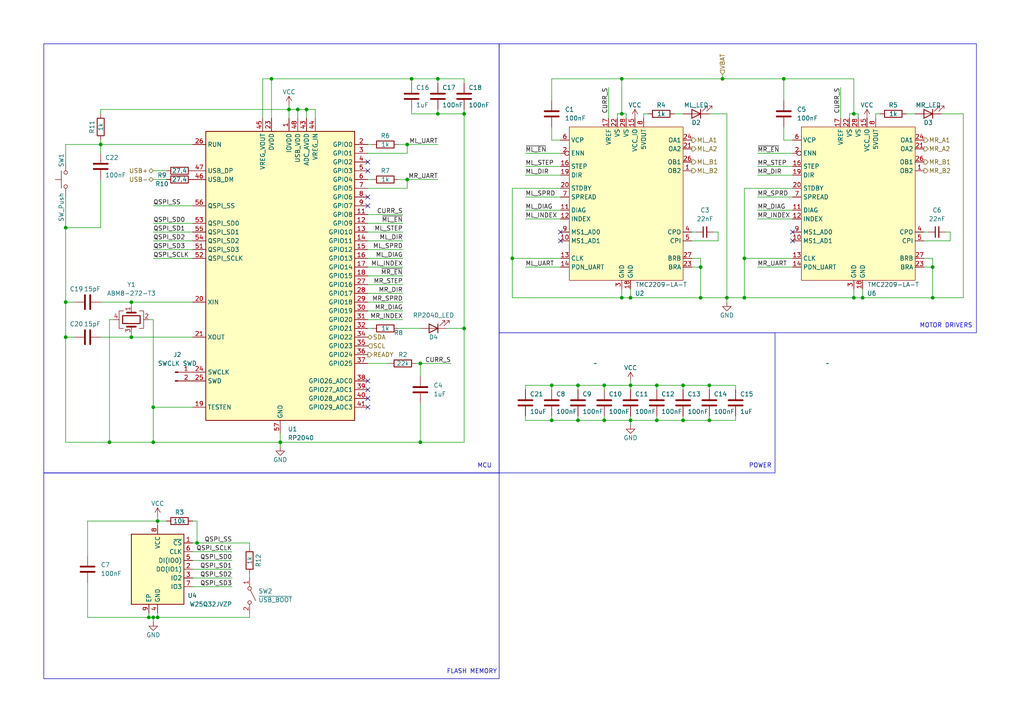
<source format=kicad_sch>
(kicad_sch (version 20230121) (generator eeschema)
  (paper "A4")
  (lib_symbols
    (symbol "Connector:Conn_01x02_Pin" (pin_names (offset 1.016) hide)
      (property "Reference" "J" (at 0 2.54 0))
      (property "Value" "Conn_01x02_Pin" (at 0 -5.08 0))
      (symbol "Conn_01x02_Pin_1_1"
        (polyline (pts (xy 1.27 -2.54) (xy 0.8636 -2.54)) (stroke (width 0.1524)))
        (polyline (pts (xy 1.27 0) (xy 0.8636 0)) (stroke (width 0.1524)))
        (rectangle (start 0.8636 -2.413) (end 0 -2.667) (stroke (width 0.1524)) (fill (type outline)))
        (rectangle (start 0.8636 0.127) (end 0 -0.127) (stroke (width 0.1524)) (fill (type outline)))
        (pin passive line (at 5.08 0 180) (length 3.81) (name "Pin_1") (number "1"))
        (pin passive line (at 5.08 -2.54 180) (length 3.81) (name "Pin_2") (number "2"))
      )
    )
    (symbol "Device:C" (pin_numbers hide) (pin_names (offset 0.254))
      (property "Reference" "C" (at 0.635 2.54 0))
      (property "Value" "C" (at 0.635 -2.54 0))
      (symbol "C_0_1"
        (polyline (pts (xy -2.032 -0.762) (xy 2.032 -0.762)) (stroke (width 0.508)))
        (polyline (pts (xy -2.032 0.762) (xy 2.032 0.762)) (stroke (width 0.508)))
      )
      (symbol "C_1_1"
        (pin passive line (at 0 3.81 270) (length 2.794) (name "~") (number "1"))
        (pin passive line (at 0 -3.81 90) (length 2.794) (name "~") (number "2"))
      )
    )
    (symbol "Device:C_Small" (pin_numbers hide) (pin_names (offset 0.254) hide)
      (property "Reference" "C" (at 0.254 1.778 0))
      (property "Value" "C_Small" (at 0.254 -2.032 0))
      (symbol "C_Small_0_1"
        (polyline (pts (xy -1.524 -0.508) (xy 1.524 -0.508)) (stroke (width 0.3302)))
        (polyline (pts (xy -1.524 0.508) (xy 1.524 0.508)) (stroke (width 0.3048)))
      )
      (symbol "C_Small_1_1"
        (pin passive line (at 0 2.54 270) (length 2.032) (name "~") (number "1"))
        (pin passive line (at 0 -2.54 90) (length 2.032) (name "~") (number "2"))
      )
    )
    (symbol "Device:Crystal_GND24" (pin_names (offset 1.016) hide)
      (property "Reference" "Y" (at 3.175 5.08 0))
      (property "Value" "Crystal_GND24" (at 3.175 3.175 0))
      (symbol "Crystal_GND24_0_1"
        (rectangle (start -1.143 2.54) (end 1.143 -2.54) (stroke (width 0.3048)))
        (polyline (pts (xy -2.54 0) (xy -2.032 0)))
        (polyline (pts (xy -2.032 -1.27) (xy -2.032 1.27)) (stroke (width 0.508)))
        (polyline (pts (xy 0 -3.81) (xy 0 -3.556)))
        (polyline (pts (xy 0 3.556) (xy 0 3.81)))
        (polyline (pts (xy 2.032 -1.27) (xy 2.032 1.27)) (stroke (width 0.508)))
        (polyline (pts (xy 2.032 0) (xy 2.54 0)))
        (polyline (pts (xy -2.54 -2.286) (xy -2.54 -3.556) (xy 2.54 -3.556) (xy 2.54 -2.286)))
        (polyline (pts (xy -2.54 2.286) (xy -2.54 3.556) (xy 2.54 3.556) (xy 2.54 2.286)))
      )
      (symbol "Crystal_GND24_1_1"
        (pin passive line (at -3.81 0 0) (length 1.27) (name "1") (number "1"))
        (pin passive line (at 0 5.08 270) (length 1.27) (name "2") (number "2"))
        (pin passive line (at 3.81 0 180) (length 1.27) (name "3") (number "3"))
        (pin passive line (at 0 -5.08 90) (length 1.27) (name "4") (number "4"))
      )
    )
    (symbol "Device:LED" (pin_numbers hide) (pin_names (offset 1.016) hide)
      (property "Reference" "D" (at 0 2.54 0))
      (property "Value" "LED" (at 0 -2.54 0))
      (symbol "LED_0_1"
        (polyline (pts (xy -1.27 -1.27) (xy -1.27 1.27)) (stroke (width 0.254)))
        (polyline (pts (xy -1.27 0) (xy 1.27 0)))
        (polyline (pts (xy 1.27 -1.27) (xy 1.27 1.27) (xy -1.27 0) (xy 1.27 -1.27)) (stroke (width 0.254)))
        (polyline (pts (xy -3.048 -0.762) (xy -4.572 -2.286) (xy -3.81 -2.286) (xy -4.572 -2.286) (xy -4.572 -1.524)))
        (polyline (pts (xy -1.778 -0.762) (xy -3.302 -2.286) (xy -2.54 -2.286) (xy -3.302 -2.286) (xy -3.302 -1.524)))
      )
      (symbol "LED_1_1"
        (pin passive line (at -3.81 0 0) (length 2.54) (name "K") (number "1"))
        (pin passive line (at 3.81 0 180) (length 2.54) (name "A") (number "2"))
      )
    )
    (symbol "Device:R" (pin_numbers hide) (pin_names (offset 0))
      (property "Reference" "R" (at 2.032 0 90))
      (property "Value" "R" (at 0 0 90))
      (symbol "R_0_1"
        (rectangle (start -1.016 -2.54) (end 1.016 2.54) (stroke (width 0.254)))
      )
      (symbol "R_1_1"
        (pin passive line (at 0 3.81 270) (length 1.27) (name "~") (number "1"))
        (pin passive line (at 0 -3.81 90) (length 1.27) (name "~") (number "2"))
      )
    )
    (symbol "MCU_RaspberryPi:RP2040"
      (property "Reference" "U" (at 17.78 45.72 0))
      (property "Value" "RP2040" (at 17.78 43.18 0))
      (symbol "RP2040_0_1"
        (rectangle (start -21.59 41.91) (end 21.59 -41.91) (stroke (width 0.254)) (fill (type background)))
      )
      (symbol "RP2040_1_1"
        (pin power_in line (at 2.54 45.72 270) (length 3.81) (name "IOVDD") (number "1"))
        (pin passive line (at 2.54 45.72 270) (length 3.81) hide (name "IOVDD") (number "10"))
        (pin bidirectional line (at 25.4 17.78 180) (length 3.81) (name "GPIO8") (number "11"))
        (pin bidirectional line (at 25.4 15.24 180) (length 3.81) (name "GPIO9") (number "12"))
        (pin bidirectional line (at 25.4 12.7 180) (length 3.81) (name "GPIO10") (number "13"))
        (pin bidirectional line (at 25.4 10.16 180) (length 3.81) (name "GPIO11") (number "14"))
        (pin bidirectional line (at 25.4 7.62 180) (length 3.81) (name "GPIO12") (number "15"))
        (pin bidirectional line (at 25.4 5.08 180) (length 3.81) (name "GPIO13") (number "16"))
        (pin bidirectional line (at 25.4 2.54 180) (length 3.81) (name "GPIO14") (number "17"))
        (pin bidirectional line (at 25.4 0 180) (length 3.81) (name "GPIO15") (number "18"))
        (pin input line (at -25.4 -38.1 0) (length 3.81) (name "TESTEN") (number "19"))
        (pin bidirectional line (at 25.4 38.1 180) (length 3.81) (name "GPIO0") (number "2"))
        (pin input line (at -25.4 -7.62 0) (length 3.81) (name "XIN") (number "20"))
        (pin passive line (at -25.4 -17.78 0) (length 3.81) (name "XOUT") (number "21"))
        (pin passive line (at 2.54 45.72 270) (length 3.81) hide (name "IOVDD") (number "22"))
        (pin power_in line (at -2.54 45.72 270) (length 3.81) (name "DVDD") (number "23"))
        (pin input line (at -25.4 -27.94 0) (length 3.81) (name "SWCLK") (number "24"))
        (pin bidirectional line (at -25.4 -30.48 0) (length 3.81) (name "SWD") (number "25"))
        (pin input line (at -25.4 38.1 0) (length 3.81) (name "RUN") (number "26"))
        (pin bidirectional line (at 25.4 -2.54 180) (length 3.81) (name "GPIO16") (number "27"))
        (pin bidirectional line (at 25.4 -5.08 180) (length 3.81) (name "GPIO17") (number "28"))
        (pin bidirectional line (at 25.4 -7.62 180) (length 3.81) (name "GPIO18") (number "29"))
        (pin bidirectional line (at 25.4 35.56 180) (length 3.81) (name "GPIO1") (number "3"))
        (pin bidirectional line (at 25.4 -10.16 180) (length 3.81) (name "GPIO19") (number "30"))
        (pin bidirectional line (at 25.4 -12.7 180) (length 3.81) (name "GPIO20") (number "31"))
        (pin bidirectional line (at 25.4 -15.24 180) (length 3.81) (name "GPIO21") (number "32"))
        (pin passive line (at 2.54 45.72 270) (length 3.81) hide (name "IOVDD") (number "33"))
        (pin bidirectional line (at 25.4 -17.78 180) (length 3.81) (name "GPIO22") (number "34"))
        (pin bidirectional line (at 25.4 -20.32 180) (length 3.81) (name "GPIO23") (number "35"))
        (pin bidirectional line (at 25.4 -22.86 180) (length 3.81) (name "GPIO24") (number "36"))
        (pin bidirectional line (at 25.4 -25.4 180) (length 3.81) (name "GPIO25") (number "37"))
        (pin bidirectional line (at 25.4 -30.48 180) (length 3.81) (name "GPIO26_ADC0") (number "38"))
        (pin bidirectional line (at 25.4 -33.02 180) (length 3.81) (name "GPIO27_ADC1") (number "39"))
        (pin bidirectional line (at 25.4 33.02 180) (length 3.81) (name "GPIO2") (number "4"))
        (pin bidirectional line (at 25.4 -35.56 180) (length 3.81) (name "GPIO28_ADC2") (number "40"))
        (pin bidirectional line (at 25.4 -38.1 180) (length 3.81) (name "GPIO29_ADC3") (number "41"))
        (pin passive line (at 2.54 45.72 270) (length 3.81) hide (name "IOVDD") (number "42"))
        (pin power_in line (at 7.62 45.72 270) (length 3.81) (name "ADC_AVDD") (number "43"))
        (pin power_in line (at 10.16 45.72 270) (length 3.81) (name "VREG_IN") (number "44"))
        (pin power_out line (at -5.08 45.72 270) (length 3.81) (name "VREG_VOUT") (number "45"))
        (pin bidirectional line (at -25.4 27.94 0) (length 3.81) (name "USB_DM") (number "46"))
        (pin bidirectional line (at -25.4 30.48 0) (length 3.81) (name "USB_DP") (number "47"))
        (pin power_in line (at 5.08 45.72 270) (length 3.81) (name "USB_VDD") (number "48"))
        (pin passive line (at 2.54 45.72 270) (length 3.81) hide (name "IOVDD") (number "49"))
        (pin bidirectional line (at 25.4 30.48 180) (length 3.81) (name "GPIO3") (number "5"))
        (pin passive line (at -2.54 45.72 270) (length 3.81) hide (name "DVDD") (number "50"))
        (pin bidirectional line (at -25.4 7.62 0) (length 3.81) (name "QSPI_SD3") (number "51"))
        (pin output line (at -25.4 5.08 0) (length 3.81) (name "QSPI_SCLK") (number "52"))
        (pin bidirectional line (at -25.4 15.24 0) (length 3.81) (name "QSPI_SD0") (number "53"))
        (pin bidirectional line (at -25.4 10.16 0) (length 3.81) (name "QSPI_SD2") (number "54"))
        (pin bidirectional line (at -25.4 12.7 0) (length 3.81) (name "QSPI_SD1") (number "55"))
        (pin bidirectional line (at -25.4 20.32 0) (length 3.81) (name "QSPI_SS") (number "56"))
        (pin power_in line (at 0 -45.72 90) (length 3.81) (name "GND") (number "57"))
        (pin bidirectional line (at 25.4 27.94 180) (length 3.81) (name "GPIO4") (number "6"))
        (pin bidirectional line (at 25.4 25.4 180) (length 3.81) (name "GPIO5") (number "7"))
        (pin bidirectional line (at 25.4 22.86 180) (length 3.81) (name "GPIO6") (number "8"))
        (pin bidirectional line (at 25.4 20.32 180) (length 3.81) (name "GPIO7") (number "9"))
      )
    )
    (symbol "Memory_Flash:W25Q32JVZP"
      (property "Reference" "U" (at -6.35 11.43 0))
      (property "Value" "W25Q32JVZP" (at 7.62 11.43 0))
      (symbol "W25Q32JVZP_0_1"
        (rectangle (start -7.62 10.16) (end 7.62 -10.16) (stroke (width 0.254)) (fill (type background)))
      )
      (symbol "W25Q32JVZP_1_1"
        (pin input line (at -10.16 7.62 0) (length 2.54) (name "~{CS}") (number "1"))
        (pin bidirectional line (at -10.16 0 0) (length 2.54) (name "DO(IO1)") (number "2"))
        (pin bidirectional line (at -10.16 -2.54 0) (length 2.54) (name "IO2") (number "3"))
        (pin power_in line (at 0 -12.7 90) (length 2.54) (name "GND") (number "4"))
        (pin bidirectional line (at -10.16 2.54 0) (length 2.54) (name "DI(IO0)") (number "5"))
        (pin input line (at -10.16 5.08 0) (length 2.54) (name "CLK") (number "6"))
        (pin bidirectional line (at -10.16 -5.08 0) (length 2.54) (name "IO3") (number "7"))
        (pin power_in line (at 0 12.7 270) (length 2.54) (name "VCC") (number "8"))
        (pin passive line (at 2.54 -12.7 90) (length 2.54) (name "EP") (number "9"))
      )
    )
    (symbol "Switch:SW_Push" (pin_numbers hide) (pin_names (offset 1.016) hide)
      (property "Reference" "SW" (at 1.27 2.54 0))
      (property "Value" "SW_Push" (at 0 -1.524 0))
      (symbol "SW_Push_0_1"
        (circle (center -2.032 0) (radius 0.508))
        (polyline (pts (xy 0 1.27) (xy 0 3.048)))
        (polyline (pts (xy 2.54 1.27) (xy -2.54 1.27)))
        (circle (center 2.032 0) (radius 0.508))
        (pin passive line (at -5.08 0 0) (length 2.54) (name "1") (number "1"))
        (pin passive line (at 5.08 0 180) (length 2.54) (name "2") (number "2"))
      )
    )
    (symbol "Switch:SW_SPST" (pin_names (offset 0) hide)
      (property "Reference" "SW" (at 0 3.175 0))
      (property "Value" "SW_SPST" (at 0 -2.54 0))
      (symbol "SW_SPST_0_0"
        (circle (center -2.032 0) (radius 0.508))
        (polyline (pts (xy -1.524 0.254) (xy 1.524 1.778)))
        (circle (center 2.032 0) (radius 0.508))
      )
      (symbol "SW_SPST_1_1"
        (pin passive line (at -5.08 0 0) (length 2.54) (name "A") (number "1"))
        (pin passive line (at 5.08 0 180) (length 2.54) (name "B") (number "2"))
      )
    )
    (symbol "TMC2209-LA-T:TMC2209-LA-T"
      (property "Reference" "U" (at -15.24 -22.86 0))
      (symbol "TMC2209-LA-T_1_1"
        (rectangle (start -16.51 22.86) (end 16.51 -21.59) (fill (type background)))
        (text "TMC2209-LA-T\n" (at 10.16 -22.86 0) (effects (font (size 1.27 1.27))))
        (pin output line (at 19.05 10.16 180) (length 2.54) (name "OB2") (number "1"))
        (pin input line (at -19.05 -10.16 0) (length 2.54) (name "MS1_AD1") (number "10"))
        (pin output line (at -19.05 -1.27 0) (length 2.54) (name "DIAG") (number "11"))
        (pin output line (at -19.05 -3.81 0) (length 2.54) (name "INDEX") (number "12"))
        (pin input line (at -19.05 -15.24 0) (length 2.54) (name "CLK") (number "13"))
        (pin bidirectional line (at -19.05 -17.78 0) (length 2.54) (name "PDN_UART") (number "14"))
        (pin power_in line (at 2.54 25.4 270) (length 2.54) (name "VCC_IO") (number "15"))
        (pin input line (at -19.05 11.43 0) (length 2.54) (name "STEP") (number "16"))
        (pin input line (at -5.08 25.4 270) (length 2.54) (name "VREF") (number "17"))
        (pin power_in line (at 1.27 -24.13 90) (length 2.54) (name "GND") (number "18"))
        (pin input line (at -19.05 8.89 0) (length 2.54) (name "DIR") (number "19"))
        (pin input inverted (at -19.05 15.24 0) (length 2.54) (name "ENN") (number "2"))
        (pin input line (at -19.05 5.08 0) (length 2.54) (name "STDBY") (number "20"))
        (pin output line (at 19.05 16.51 180) (length 2.54) (name "OA2") (number "21"))
        (pin power_in line (at -2.54 25.4 270) (length 2.54) (name "VS") (number "22"))
        (pin input line (at 19.05 -17.78 180) (length 2.54) (name "BRA") (number "23"))
        (pin output line (at 19.05 19.05 180) (length 2.54) (name "OA1") (number "24"))
        (pin output line (at 19.05 12.7 180) (length 2.54) (name "OB1") (number "26"))
        (pin input line (at 19.05 -15.24 180) (length 2.54) (name "BRB") (number "27"))
        (pin power_in line (at 0 25.4 270) (length 2.54) (name "VS") (number "28"))
        (pin power_in line (at -1.27 -24.13 90) (length 2.54) (name "GND") (number "3"))
        (pin output line (at 19.05 -7.62 180) (length 2.54) (name "CPO") (number "4"))
        (pin input line (at 19.05 -10.16 180) (length 2.54) (name "CPI") (number "5"))
        (pin power_in line (at -19.05 19.05 0) (length 2.54) (name "VCP") (number "6"))
        (pin input line (at -19.05 2.54 0) (length 2.54) (name "SPREAD") (number "7"))
        (pin power_out line (at 5.08 25.4 270) (length 2.54) (name "5VOUT") (number "8"))
        (pin input line (at -19.05 -7.62 0) (length 2.54) (name "MS1_AD0") (number "9"))
      )
    )
    (symbol "power:GND" (power) (pin_names (offset 0))
      (property "Value" "GND" (at 0 -3.81 0))
      (symbol "GND_0_1"
        (polyline (pts (xy 0 0) (xy 0 -1.27) (xy 1.27 -1.27) (xy 0 -2.54) (xy -1.27 -1.27) (xy 0 -1.27)))
      )
      (symbol "GND_1_1"
        (pin power_in line (at 0 0 270) (length 0) hide (name "GND") (number "1"))
      )
    )
    (symbol "power:VCC" (power) (pin_names (offset 0))
      (property "Value" "VCC" (at 0 3.81 0))
      (symbol "VCC_0_1"
        (polyline (pts (xy -0.762 1.27) (xy 0 2.54)))
        (polyline (pts (xy 0 0) (xy 0 2.54)))
        (polyline (pts (xy 0 2.54) (xy 0.762 1.27)))
      )
      (symbol "VCC_1_1"
        (pin power_in line (at 0 0 90) (length 0) hide (name "VCC") (number "1"))
      )
    )
  )
  (junction (at 19.05 66.04))
  (junction (at 160.02 121.92))
  (junction (at 121.92 105.41))
  (junction (at 182.88 121.92))
  (junction (at 209.55 22.86))
  (junction (at 210.82 86.36))
  (junction (at 83.82 31.75))
  (junction (at 57.15 157.48))
  (junction (at 215.9 86.36))
  (junction (at 270.51 86.36))
  (junction (at 31.75 128.27))
  (junction (at 167.64 111.76))
  (junction (at 148.59 74.93))
  (junction (at 38.1 97.79))
  (junction (at 88.9 31.75))
  (junction (at 198.12 111.76))
  (junction (at 134.62 33.02))
  (junction (at 247.65 33.02))
  (junction (at 203.2 86.36))
  (junction (at 121.92 128.27))
  (junction (at 38.1 87.63))
  (junction (at 182.88 86.36))
  (junction (at 203.2 77.47))
  (junction (at 180.34 22.86))
  (junction (at 205.74 111.76))
  (junction (at 198.12 121.92))
  (junction (at 45.72 151.13))
  (junction (at 180.34 33.02))
  (junction (at 81.28 128.27))
  (junction (at 215.9 74.93))
  (junction (at 270.51 77.47))
  (junction (at 134.62 95.25))
  (junction (at 190.5 111.76))
  (junction (at 227.33 22.86))
  (junction (at 29.21 41.91))
  (junction (at 175.26 111.76))
  (junction (at 43.18 179.07))
  (junction (at 250.19 86.36))
  (junction (at 167.64 121.92))
  (junction (at 45.72 179.07))
  (junction (at 19.05 87.63))
  (junction (at 118.11 41.91))
  (junction (at 180.34 86.36))
  (junction (at 160.02 111.76))
  (junction (at 182.88 111.76))
  (junction (at 78.74 22.86))
  (junction (at 118.11 52.07))
  (junction (at 44.45 118.11))
  (junction (at 44.45 179.07))
  (junction (at 19.05 97.79))
  (junction (at 127 33.02))
  (junction (at 205.74 121.92))
  (junction (at 190.5 121.92))
  (junction (at 119.38 22.86))
  (junction (at 247.65 86.36))
  (junction (at 44.45 128.27))
  (junction (at 127 22.86))
  (junction (at 86.36 31.75))
  (junction (at 175.26 121.92))
  (no_connect (at 162.56 69.85))
  (no_connect (at 162.56 67.31))
  (no_connect (at 106.68 115.57))
  (no_connect (at 106.68 59.69))
  (no_connect (at 229.87 69.85))
  (no_connect (at 106.68 49.53))
  (no_connect (at 106.68 57.15))
  (no_connect (at 106.68 118.11))
  (no_connect (at 106.68 110.49))
  (no_connect (at 106.68 113.03))
  (no_connect (at 229.87 67.31))
  (no_connect (at 106.68 46.99))
  (wire (pts (xy 267.97 67.31) (xy 269.24 67.31)))
  (wire (pts (xy 44.45 128.27) (xy 81.28 128.27)))
  (wire (pts (xy 254 34.29) (xy 254 33.02)))
  (wire (pts (xy 55.88 151.13) (xy 57.15 151.13)))
  (wire (pts (xy 19.05 97.79) (xy 19.05 128.27)))
  (wire (pts (xy 175.26 111.76) (xy 182.88 111.76)))
  (wire (pts (xy 45.72 179.07) (xy 72.39 179.07)))
  (wire (pts (xy 180.34 33.02) (xy 181.61 33.02)))
  (wire (pts (xy 45.72 151.13) (xy 45.72 152.4)))
  (wire (pts (xy 200.66 67.31) (xy 201.93 67.31)))
  (wire (pts (xy 72.39 166.37) (xy 72.39 167.64)))
  (wire (pts (xy 190.5 111.76) (xy 190.5 113.03)))
  (wire (pts (xy 29.21 97.79) (xy 38.1 97.79)))
  (wire (pts (xy 219.71 48.26) (xy 229.87 48.26)))
  (wire (pts (xy 44.45 92.71) (xy 44.45 118.11)))
  (wire (pts (xy 118.11 44.45) (xy 118.11 41.91)))
  (wire (pts (xy 118.11 52.07) (xy 115.57 52.07)))
  (wire (pts (xy 81.28 128.27) (xy 81.28 129.54)))
  (wire (pts (xy 127 22.86) (xy 127 24.13)))
  (wire (pts (xy 19.05 66.04) (xy 29.21 66.04)))
  (wire (pts (xy 106.68 87.63) (xy 116.84 87.63)))
  (wire (pts (xy 205.74 121.92) (xy 213.36 121.92)))
  (wire (pts (xy 45.72 179.07) (xy 45.72 177.8)))
  (wire (pts (xy 120.65 105.41) (xy 121.92 105.41)))
  (wire (pts (xy 88.9 31.75) (xy 91.44 31.75)))
  (wire (pts (xy 250.19 86.36) (xy 270.51 86.36)))
  (wire (pts (xy 209.55 21.59) (xy 209.55 22.86)))
  (wire (pts (xy 219.71 50.8) (xy 229.87 50.8)))
  (wire (pts (xy 195.58 33.02) (xy 198.12 33.02)))
  (wire (pts (xy 160.02 121.92) (xy 167.64 121.92)))
  (wire (pts (xy 43.18 179.07) (xy 25.4 179.07)))
  (wire (pts (xy 121.92 105.41) (xy 121.92 109.22)))
  (wire (pts (xy 275.59 69.85) (xy 267.97 69.85)))
  (wire (pts (xy 227.33 22.86) (xy 247.65 22.86)))
  (wire (pts (xy 182.88 121.92) (xy 190.5 121.92)))
  (wire (pts (xy 106.68 72.39) (xy 116.84 72.39)))
  (wire (pts (xy 182.88 110.49) (xy 182.88 111.76)))
  (wire (pts (xy 106.68 52.07) (xy 107.95 52.07)))
  (wire (pts (xy 57.15 151.13) (xy 57.15 157.48)))
  (wire (pts (xy 215.9 74.93) (xy 215.9 86.36)))
  (wire (pts (xy 44.45 179.07) (xy 44.45 180.34)))
  (wire (pts (xy 44.45 52.07) (xy 48.26 52.07)))
  (wire (pts (xy 279.4 33.02) (xy 279.4 86.36)))
  (wire (pts (xy 152.4 111.76) (xy 152.4 113.03)))
  (wire (pts (xy 273.05 33.02) (xy 279.4 33.02)))
  (wire (pts (xy 167.64 121.92) (xy 167.64 120.65)))
  (wire (pts (xy 118.11 54.61) (xy 118.11 52.07)))
  (wire (pts (xy 19.05 41.91) (xy 19.05 46.99)))
  (wire (pts (xy 29.21 33.02) (xy 29.21 31.75)))
  (wire (pts (xy 198.12 121.92) (xy 198.12 120.65)))
  (wire (pts (xy 44.45 59.69) (xy 55.88 59.69)))
  (wire (pts (xy 44.45 69.85) (xy 55.88 69.85)))
  (wire (pts (xy 25.4 179.07) (xy 25.4 168.91)))
  (wire (pts (xy 83.82 31.75) (xy 83.82 34.29)))
  (wire (pts (xy 106.68 74.93) (xy 116.84 74.93)))
  (wire (pts (xy 127 22.86) (xy 134.62 22.86)))
  (wire (pts (xy 215.9 86.36) (xy 247.65 86.36)))
  (wire (pts (xy 205.74 121.92) (xy 205.74 120.65)))
  (wire (pts (xy 270.51 74.93) (xy 270.51 77.47)))
  (wire (pts (xy 248.92 33.02) (xy 248.92 34.29)))
  (wire (pts (xy 29.21 31.75) (xy 83.82 31.75)))
  (wire (pts (xy 45.72 151.13) (xy 48.26 151.13)))
  (wire (pts (xy 19.05 57.15) (xy 19.05 66.04)))
  (wire (pts (xy 121.92 128.27) (xy 121.92 116.84)))
  (wire (pts (xy 215.9 74.93) (xy 215.9 54.61)))
  (wire (pts (xy 86.36 31.75) (xy 88.9 31.75)))
  (wire (pts (xy 38.1 97.79) (xy 38.1 96.52)))
  (wire (pts (xy 106.68 80.01) (xy 116.84 80.01)))
  (wire (pts (xy 57.15 157.48) (xy 72.39 157.48)))
  (wire (pts (xy 182.88 86.36) (xy 203.2 86.36)))
  (wire (pts (xy 127 33.02) (xy 127 31.75)))
  (wire (pts (xy 219.71 60.96) (xy 229.87 60.96)))
  (wire (pts (xy 129.54 95.25) (xy 134.62 95.25)))
  (wire (pts (xy 209.55 22.86) (xy 227.33 22.86)))
  (wire (pts (xy 152.4 63.5) (xy 162.56 63.5)))
  (wire (pts (xy 160.02 22.86) (xy 180.34 22.86)))
  (wire (pts (xy 106.68 92.71) (xy 116.84 92.71)))
  (wire (pts (xy 160.02 111.76) (xy 160.02 113.03)))
  (wire (pts (xy 43.18 177.8) (xy 43.18 179.07)))
  (wire (pts (xy 44.45 74.93) (xy 55.88 74.93)))
  (wire (pts (xy 44.45 67.31) (xy 55.88 67.31)))
  (wire (pts (xy 227.33 29.21) (xy 227.33 22.86)))
  (wire (pts (xy 247.65 22.86) (xy 247.65 33.02)))
  (wire (pts (xy 274.32 67.31) (xy 275.59 67.31)))
  (wire (pts (xy 279.4 86.36) (xy 270.51 86.36)))
  (wire (pts (xy 181.61 33.02) (xy 181.61 34.29)))
  (wire (pts (xy 38.1 97.79) (xy 55.88 97.79)))
  (wire (pts (xy 160.02 29.21) (xy 160.02 22.86)))
  (wire (pts (xy 210.82 86.36) (xy 215.9 86.36)))
  (wire (pts (xy 198.12 111.76) (xy 205.74 111.76)))
  (wire (pts (xy 267.97 74.93) (xy 270.51 74.93)))
  (wire (pts (xy 160.02 121.92) (xy 152.4 121.92)))
  (wire (pts (xy 250.19 83.82) (xy 250.19 86.36)))
  (wire (pts (xy 190.5 121.92) (xy 190.5 120.65)))
  (wire (pts (xy 180.34 83.82) (xy 180.34 86.36)))
  (wire (pts (xy 229.87 74.93) (xy 215.9 74.93)))
  (wire (pts (xy 55.88 157.48) (xy 57.15 157.48)))
  (wire (pts (xy 19.05 66.04) (xy 19.05 87.63)))
  (wire (pts (xy 29.21 41.91) (xy 29.21 44.45)))
  (wire (pts (xy 270.51 86.36) (xy 270.51 77.47)))
  (wire (pts (xy 247.65 33.02) (xy 248.92 33.02)))
  (wire (pts (xy 76.2 22.86) (xy 76.2 34.29)))
  (wire (pts (xy 152.4 57.15) (xy 162.56 57.15)))
  (wire (pts (xy 160.02 111.76) (xy 152.4 111.76)))
  (wire (pts (xy 198.12 121.92) (xy 205.74 121.92)))
  (wire (pts (xy 25.4 161.29) (xy 25.4 151.13)))
  (wire (pts (xy 115.57 95.25) (xy 121.92 95.25)))
  (wire (pts (xy 208.28 69.85) (xy 200.66 69.85)))
  (wire (pts (xy 162.56 40.64) (xy 160.02 40.64)))
  (wire (pts (xy 182.88 121.92) (xy 182.88 123.19)))
  (wire (pts (xy 180.34 33.02) (xy 179.07 33.02)))
  (wire (pts (xy 29.21 41.91) (xy 55.88 41.91)))
  (wire (pts (xy 182.88 111.76) (xy 182.88 113.03)))
  (wire (pts (xy 160.02 120.65) (xy 160.02 121.92)))
  (wire (pts (xy 107.95 95.25) (xy 106.68 95.25)))
  (wire (pts (xy 106.68 67.31) (xy 116.84 67.31)))
  (wire (pts (xy 203.2 86.36) (xy 203.2 77.47)))
  (wire (pts (xy 106.68 64.77) (xy 116.84 64.77)))
  (wire (pts (xy 160.02 40.64) (xy 160.02 36.83)))
  (wire (pts (xy 134.62 33.02) (xy 134.62 31.75)))
  (wire (pts (xy 91.44 31.75) (xy 91.44 34.29)))
  (wire (pts (xy 81.28 128.27) (xy 121.92 128.27)))
  (wire (pts (xy 203.2 77.47) (xy 200.66 77.47)))
  (wire (pts (xy 179.07 33.02) (xy 179.07 34.29)))
  (wire (pts (xy 118.11 52.07) (xy 127 52.07)))
  (wire (pts (xy 106.68 105.41) (xy 113.03 105.41)))
  (wire (pts (xy 106.68 54.61) (xy 118.11 54.61)))
  (wire (pts (xy 43.18 179.07) (xy 44.45 179.07)))
  (wire (pts (xy 152.4 44.45) (xy 162.56 44.45)))
  (wire (pts (xy 205.74 111.76) (xy 205.74 113.03)))
  (wire (pts (xy 106.68 77.47) (xy 116.84 77.47)))
  (wire (pts (xy 29.21 87.63) (xy 38.1 87.63)))
  (wire (pts (xy 203.2 74.93) (xy 203.2 77.47)))
  (wire (pts (xy 167.64 111.76) (xy 175.26 111.76)))
  (wire (pts (xy 198.12 111.76) (xy 198.12 113.03)))
  (wire (pts (xy 254 33.02) (xy 255.27 33.02)))
  (wire (pts (xy 175.26 111.76) (xy 175.26 113.03)))
  (wire (pts (xy 134.62 33.02) (xy 134.62 95.25)))
  (wire (pts (xy 44.45 92.71) (xy 43.18 92.71)))
  (wire (pts (xy 180.34 22.86) (xy 180.34 33.02)))
  (wire (pts (xy 182.88 121.92) (xy 182.88 120.65)))
  (wire (pts (xy 134.62 95.25) (xy 134.62 128.27)))
  (wire (pts (xy 219.71 57.15) (xy 229.87 57.15)))
  (wire (pts (xy 106.68 44.45) (xy 118.11 44.45)))
  (wire (pts (xy 29.21 41.91) (xy 29.21 40.64)))
  (wire (pts (xy 78.74 22.86) (xy 76.2 22.86)))
  (wire (pts (xy 106.68 41.91) (xy 107.95 41.91)))
  (wire (pts (xy 106.68 90.17) (xy 116.84 90.17)))
  (wire (pts (xy 247.65 33.02) (xy 246.38 33.02)))
  (wire (pts (xy 55.88 160.02) (xy 67.31 160.02)))
  (wire (pts (xy 186.69 33.02) (xy 187.96 33.02)))
  (wire (pts (xy 121.92 128.27) (xy 134.62 128.27)))
  (wire (pts (xy 119.38 22.86) (xy 119.38 24.13)))
  (wire (pts (xy 180.34 86.36) (xy 182.88 86.36)))
  (wire (pts (xy 119.38 31.75) (xy 119.38 33.02)))
  (wire (pts (xy 21.59 87.63) (xy 19.05 87.63)))
  (wire (pts (xy 83.82 30.48) (xy 83.82 31.75)))
  (wire (pts (xy 152.4 121.92) (xy 152.4 120.65)))
  (wire (pts (xy 148.59 86.36) (xy 180.34 86.36)))
  (wire (pts (xy 106.68 62.23) (xy 116.84 62.23)))
  (wire (pts (xy 209.55 22.86) (xy 180.34 22.86)))
  (wire (pts (xy 83.82 31.75) (xy 86.36 31.75)))
  (wire (pts (xy 31.75 128.27) (xy 44.45 128.27)))
  (wire (pts (xy 200.66 74.93) (xy 203.2 74.93)))
  (wire (pts (xy 175.26 121.92) (xy 175.26 120.65)))
  (wire (pts (xy 152.4 77.47) (xy 162.56 77.47)))
  (wire (pts (xy 175.26 121.92) (xy 182.88 121.92)))
  (wire (pts (xy 29.21 66.04) (xy 29.21 52.07)))
  (wire (pts (xy 152.4 48.26) (xy 162.56 48.26)))
  (wire (pts (xy 86.36 31.75) (xy 86.36 34.29)))
  (wire (pts (xy 81.28 125.73) (xy 81.28 128.27)))
  (wire (pts (xy 19.05 128.27) (xy 31.75 128.27)))
  (wire (pts (xy 148.59 74.93) (xy 148.59 86.36)))
  (wire (pts (xy 167.64 111.76) (xy 167.64 113.03)))
  (wire (pts (xy 186.69 34.29) (xy 186.69 33.02)))
  (wire (pts (xy 215.9 54.61) (xy 229.87 54.61)))
  (wire (pts (xy 55.88 170.18) (xy 67.31 170.18)))
  (wire (pts (xy 148.59 54.61) (xy 162.56 54.61)))
  (wire (pts (xy 243.84 25.4) (xy 243.84 34.29)))
  (wire (pts (xy 78.74 22.86) (xy 119.38 22.86)))
  (wire (pts (xy 270.51 77.47) (xy 267.97 77.47)))
  (wire (pts (xy 205.74 111.76) (xy 213.36 111.76)))
  (wire (pts (xy 78.74 22.86) (xy 78.74 34.29)))
  (wire (pts (xy 55.88 167.64) (xy 67.31 167.64)))
  (wire (pts (xy 210.82 87.63) (xy 210.82 86.36)))
  (wire (pts (xy 246.38 33.02) (xy 246.38 34.29)))
  (wire (pts (xy 229.87 40.64) (xy 227.33 40.64)))
  (wire (pts (xy 167.64 121.92) (xy 175.26 121.92)))
  (wire (pts (xy 219.71 63.5) (xy 229.87 63.5)))
  (wire (pts (xy 119.38 22.86) (xy 127 22.86)))
  (wire (pts (xy 160.02 111.76) (xy 167.64 111.76)))
  (wire (pts (xy 208.28 67.31) (xy 208.28 69.85)))
  (wire (pts (xy 227.33 40.64) (xy 227.33 36.83)))
  (wire (pts (xy 44.45 64.77) (xy 55.88 64.77)))
  (wire (pts (xy 72.39 177.8) (xy 72.39 179.07)))
  (wire (pts (xy 203.2 86.36) (xy 210.82 86.36)))
  (wire (pts (xy 19.05 87.63) (xy 19.05 97.79)))
  (wire (pts (xy 210.82 33.02) (xy 210.82 86.36)))
  (wire (pts (xy 182.88 83.82) (xy 182.88 86.36)))
  (wire (pts (xy 19.05 97.79) (xy 21.59 97.79)))
  (wire (pts (xy 106.68 82.55) (xy 116.84 82.55)))
  (wire (pts (xy 88.9 31.75) (xy 88.9 34.29)))
  (wire (pts (xy 262.89 33.02) (xy 265.43 33.02)))
  (wire (pts (xy 247.65 83.82) (xy 247.65 86.36)))
  (wire (pts (xy 29.21 41.91) (xy 19.05 41.91)))
  (wire (pts (xy 72.39 157.48) (xy 72.39 158.75)))
  (wire (pts (xy 119.38 33.02) (xy 127 33.02)))
  (wire (pts (xy 44.45 72.39) (xy 55.88 72.39)))
  (wire (pts (xy 219.71 44.45) (xy 229.87 44.45)))
  (wire (pts (xy 182.88 111.76) (xy 190.5 111.76)))
  (wire (pts (xy 190.5 121.92) (xy 198.12 121.92)))
  (wire (pts (xy 44.45 118.11) (xy 55.88 118.11)))
  (wire (pts (xy 219.71 77.47) (xy 229.87 77.47)))
  (wire (pts (xy 162.56 74.93) (xy 148.59 74.93)))
  (wire (pts (xy 275.59 67.31) (xy 275.59 69.85)))
  (wire (pts (xy 45.72 149.86) (xy 45.72 151.13)))
  (wire (pts (xy 38.1 88.9) (xy 38.1 87.63)))
  (wire (pts (xy 31.75 92.71) (xy 31.75 128.27)))
  (wire (pts (xy 25.4 151.13) (xy 45.72 151.13)))
  (wire (pts (xy 127 33.02) (xy 134.62 33.02)))
  (wire (pts (xy 152.4 50.8) (xy 162.56 50.8)))
  (wire (pts (xy 213.36 113.03) (xy 213.36 111.76)))
  (wire (pts (xy 134.62 22.86) (xy 134.62 24.13)))
  (wire (pts (xy 247.65 86.36) (xy 250.19 86.36)))
  (wire (pts (xy 152.4 60.96) (xy 162.56 60.96)))
  (wire (pts (xy 190.5 111.76) (xy 198.12 111.76)))
  (wire (pts (xy 44.45 49.53) (xy 48.26 49.53)))
  (wire (pts (xy 106.68 85.09) (xy 116.84 85.09)))
  (wire (pts (xy 207.01 67.31) (xy 208.28 67.31)))
  (wire (pts (xy 44.45 118.11) (xy 44.45 128.27)))
  (wire (pts (xy 55.88 165.1) (xy 67.31 165.1)))
  (wire (pts (xy 205.74 33.02) (xy 210.82 33.02)))
  (wire (pts (xy 148.59 74.93) (xy 148.59 54.61)))
  (wire (pts (xy 118.11 41.91) (xy 127 41.91)))
  (wire (pts (xy 121.92 105.41) (xy 130.81 105.41)))
  (wire (pts (xy 55.88 162.56) (xy 67.31 162.56)))
  (wire (pts (xy 118.11 41.91) (xy 115.57 41.91)))
  (wire (pts (xy 213.36 121.92) (xy 213.36 120.65)))
  (wire (pts (xy 44.45 179.07) (xy 45.72 179.07)))
  (wire (pts (xy 33.02 92.71) (xy 31.75 92.71)))
  (wire (pts (xy 106.68 69.85) (xy 116.84 69.85)))
  (wire (pts (xy 38.1 87.63) (xy 55.88 87.63)))
  (wire (pts (xy 176.53 25.4) (xy 176.53 34.29)))
  (rectangle (start 12.7 137.16) (end 144.78 196.85))
  (rectangle (start 12.7 12.7) (end 144.78 137.16))
  (rectangle (start 144.78 96.52) (end 224.79 137.16))
  (rectangle (start 144.78 12.7) (end 283.21 96.52))
  (text "MCU\n" (at 138.43 135.89 0) (effects (font (size 1.27 1.27)) (justify left bottom)))
  (text "FLASH MEMORY\n" (at 129.54 195.58 0) (effects (font (size 1.27 1.27)) (justify left bottom)))
  (text "POWER\n" (at 217.17 135.89 0) (effects (font (size 1.27 1.27)) (justify left bottom)))
  (text "MOTOR DRIVERS\n" (at 266.7 95.25 0) (effects (font (size 1.27 1.27)) (justify left bottom)))
  (label "MR_SPRD" (at 116.84 87.63 180))
  (label "MR_INDEX" (at 219.71 63.5 0))
  (label "MR_UART" (at 127 52.07 180))
  (label "~{ML_EN}" (at 152.4 44.45 0))
  (label "MR_STEP" (at 219.71 48.26 0))
  (label "ML_INDEX" (at 116.84 77.47 180))
  (label "ML_STEP" (at 116.84 67.31 180))
  (label "MR_DIR" (at 116.84 85.09 180))
  (label "ML_UART" (at 127 41.91 180))
  (label "CURR_S" (at 116.84 62.23 180))
  (label "MR_INDEX" (at 116.84 92.71 180))
  (label "ML_SPRD" (at 116.84 72.39 180))
  (label "ML_DIR" (at 152.4 50.8 0))
  (label "QSPI_SD2" (at 67.31 167.64 180))
  (label "MR_STEP" (at 116.84 82.55 180))
  (label "QSPI_SS" (at 44.45 59.69 0))
  (label "ML_SPRD" (at 152.4 57.15 0))
  (label "QSPI_SD0" (at 44.45 64.77 0))
  (label "ML_DIR" (at 116.84 69.85 180))
  (label "QSPI_SCLK" (at 67.31 160.02 180))
  (label "MR_SPRD" (at 219.71 57.15 0))
  (label "QSPI_SD1" (at 67.31 165.1 180))
  (label "~{MR_EN}" (at 116.84 80.01 180))
  (label "ML_STEP" (at 152.4 48.26 0))
  (label "~{MR_EN}" (at 219.71 44.45 0))
  (label "CURR_S" (at 243.84 25.4 270))
  (label "QSPI_SS" (at 67.31 157.48 180))
  (label "ML_DIAG" (at 116.84 74.93 180))
  (label "MR_DIR" (at 219.71 50.8 0))
  (label "QSPI_SD0" (at 67.31 162.56 180))
  (label "CURR_S" (at 176.53 25.4 270))
  (label "CURR_S" (at 130.81 105.41 180))
  (label "QSPI_SD3" (at 44.45 72.39 0))
  (label "ML_DIAG" (at 152.4 60.96 0))
  (label "QSPI_SCLK" (at 44.45 74.93 0))
  (label "MR_DIAG" (at 116.84 90.17 180))
  (label "QSPI_SD3" (at 67.31 170.18 180))
  (label "QSPI_SD2" (at 44.45 69.85 0))
  (label "~{ML_EN}" (at 116.84 64.77 180))
  (label "ML_UART" (at 152.4 77.47 0))
  (label "MR_UART" (at 219.71 77.47 0))
  (label "QSPI_SD1" (at 44.45 67.31 0))
  (label "ML_INDEX" (at 152.4 63.5 0))
  (label "MR_DIAG" (at 219.71 60.96 0))
  (hierarchical_label "ML_B2" (shape output) (at 200.66 49.53 0))
  (hierarchical_label "ML_A2" (shape output) (at 200.66 43.18 0))
  (hierarchical_label "ML_A1" (shape output) (at 200.66 40.64 0))
  (hierarchical_label "VBAT" (shape input) (at 209.55 21.59 90))
  (hierarchical_label "SCL" (shape input) (at 106.68 100.33 0))
  (hierarchical_label "MR_B2" (shape output) (at 267.97 49.53 0))
  (hierarchical_label "MR_A1" (shape output) (at 267.97 40.64 0))
  (hierarchical_label "MR_B1" (shape output) (at 267.97 46.99 0))
  (hierarchical_label "READY" (shape output) (at 106.68 102.87 0))
  (hierarchical_label "SDA" (shape bidirectional) (at 106.68 97.79 0))
  (hierarchical_label "USB+" (shape bidirectional) (at 44.45 49.53 180))
  (hierarchical_label "USB-" (shape bidirectional) (at 44.45 52.07 180))
  (hierarchical_label "ML_B1" (shape output) (at 200.66 46.99 0))
  (hierarchical_label "MR_A2" (shape output) (at 267.97 43.18 0))
  (symbol (lib_id "power:VCC") (at 83.82 30.48 0) (unit 1)
    (property "Reference" "#PWR014" (effects hide))
    (property "Value" "VCC" (at 83.82 26.67 0))
  )
  (symbol (lib_id "Switch:SW_Push") (at 19.05 52.07 90) (unit 1)
    (property "Reference" "SW1" (at 17.78 44.45 0) (effects (justify right)))
    (property "Value" "SW_Push" (at 17.78 55.88 0) (effects (justify right)))
  )
  (symbol (lib_id "TMC2209-LA-T:TMC2209-LA-T") (at 248.92 59.69 0) (unit 1)
    (property "Reference" "U6" (at 251.46 85.09 0) (effects (justify left)))
    (property "Value" "~" (at 240.03 105.41 0))
    (property "Footprint" "Package_DFN_QFN:QFN-28-1EP_5x5mm_P0.5mm_EP3.75x3.75mm" (effects hide))
    (property "Datasheet" "https://www.digikey.com/en/products/detail/analog-devices-inc-maxim-integrated/TMC2209-LA-T/10232491" (effects hide))
  )
  (symbol (lib_id "TMC2209-LA-T:TMC2209-LA-T") (at 181.61 59.69 0) (unit 1)
    (property "Reference" "U2" (at 184.15 85.09 0) (effects (justify left)))
    (property "Value" "~" (at 172.72 105.41 0))
    (property "Footprint" "Package_DFN_QFN:QFN-28-1EP_5x5mm_P0.5mm_EP3.75x3.75mm" (effects hide))
    (property "Datasheet" "https://www.digikey.com/en/products/detail/analog-devices-inc-maxim-integrated/TMC2209-LA-T/10232491" (effects hide))
  )
  (symbol (lib_id "Device:R") (at 52.07 49.53 90) (unit 1)
    (property "Reference" "R9" (at 46.99 50.8 90))
    (property "Value" "27.4" (at 52.07 49.53 90))
  )
  (symbol (lib_id "Device:C") (at 190.5 116.84 0) (unit 1)
    (property "Reference" "C12" (at 191.77 114.3 0) (effects (justify left)))
    (property "Value" "100nF" (at 191.77 119.38 0) (effects (justify left)))
  )
  (symbol (lib_id "Device:C") (at 182.88 116.84 0) (unit 1)
    (property "Reference" "C11" (at 184.15 114.3 0) (effects (justify left)))
    (property "Value" "100nF" (at 184.15 119.38 0) (effects (justify left)))
  )
  (symbol (lib_id "Connector:Conn_01x02_Pin") (at 50.8 107.95 0) (unit 1)
    (property "Reference" "J2" (at 51.435 102.87 0))
    (property "Value" "SWCLK SWD" (at 51.435 105.41 0))
  )
  (symbol (lib_id "Device:C") (at 160.02 116.84 0) (unit 1)
    (property "Reference" "C8" (at 161.29 114.3 0) (effects (justify left)))
    (property "Value" "100nF" (at 161.29 119.38 0) (effects (justify left)))
  )
  (symbol (lib_id "Device:C") (at 119.38 27.94 0) (unit 1)
    (property "Reference" "C16" (at 120.65 25.4 0) (effects (justify left)))
    (property "Value" "1uF" (at 120.65 30.48 0) (effects (justify left)))
  )
  (symbol (lib_id "Device:C") (at 227.33 33.02 0) (unit 1)
    (property "Reference" "C5" (at 231.14 31.75 0) (effects (justify left)))
    (property "Value" "100nF" (at 231.14 34.29 0) (effects (justify left)))
  )
  (symbol (lib_id "Device:R") (at 72.39 162.56 0) (unit 1)
    (property "Reference" "R12" (at 74.93 162.56 90))
    (property "Value" "1k" (at 72.39 162.56 90))
  )
  (symbol (lib_id "Device:C") (at 198.12 116.84 0) (unit 1)
    (property "Reference" "C13" (at 199.39 114.3 0) (effects (justify left)))
    (property "Value" "100nF" (at 199.39 119.38 0) (effects (justify left)))
  )
  (symbol (lib_id "Device:Crystal_GND24") (at 38.1 92.71 270) (unit 1)
    (property "Reference" "Y1" (at 38.1 82.55 90))
    (property "Value" "ABM8-272-T3" (at 38.1 85.09 90))
  )
  (symbol (lib_id "power:GND") (at 81.28 129.54 0) (unit 1)
    (property "Reference" "#PWR06" (effects hide))
    (property "Value" "GND" (at 81.28 133.35 0))
  )
  (symbol (lib_id "Device:C") (at 175.26 116.84 0) (unit 1)
    (property "Reference" "C10" (at 176.53 114.3 0) (effects (justify left)))
    (property "Value" "100nF" (at 176.53 119.38 0) (effects (justify left)))
  )
  (symbol (lib_id "Device:C") (at 25.4 97.79 90) (unit 1)
    (property "Reference" "C20" (at 24.13 93.98 90) (effects (justify left)))
    (property "Value" "15pF" (at 29.21 93.98 90) (effects (justify left)))
  )
  (symbol (lib_id "power:GND") (at 210.82 87.63 0) (unit 1)
    (property "Reference" "#PWR08" (effects hide))
    (property "Value" "GND" (at 210.82 91.44 0))
  )
  (symbol (lib_id "power:VCC") (at 45.72 149.86 0) (unit 1)
    (property "Reference" "#PWR013" (effects hide))
    (property "Value" "VCC" (at 45.72 146.05 0))
  )
  (symbol (lib_id "power:VCC") (at 251.46 34.29 0) (unit 1)
    (property "Reference" "#PWR012" (effects hide))
    (property "Value" "VCC" (at 251.46 30.48 0))
  )
  (symbol (lib_id "Device:R") (at 191.77 33.02 90) (unit 1)
    (property "Reference" "R4" (at 191.77 30.48 90))
    (property "Value" "1k" (at 191.77 33.02 90))
  )
  (symbol (lib_id "MCU_RaspberryPi:RP2040") (at 81.28 80.01 0) (unit 1)
    (property "Reference" "U1" (at 83.4741 124.46 0) (effects (justify left)))
    (property "Value" "RP2040" (at 83.4741 127 0) (effects (justify left)))
    (property "Footprint" "Package_DFN_QFN:QFN-56-1EP_7x7mm_P0.4mm_EP3.2x3.2mm" (effects hide))
    (property "Datasheet" "https://datasheets.raspberrypi.com/rp2040/rp2040-datasheet.pdf" (effects hide))
  )
  (symbol (lib_id "Memory_Flash:W25Q32JVZP") (at 45.72 165.1 0) (mirror y) (unit 1)
    (property "Reference" "U4" (at 57.15 172.72 0) (effects (justify left)))
    (property "Value" "W25Q32JVZP" (at 67.31 175.26 0) (effects (justify left)))
    (property "Footprint" "Package_SON:WSON-8-1EP_6x5mm_P1.27mm_EP3.4x4.3mm" (effects hide))
    (property "Datasheet" "http://www.winbond.com/resource-files/w25q32jv%20revg%2003272018%20plus.pdf" (effects hide))
  )
  (symbol (lib_id "Device:R") (at 259.08 33.02 90) (unit 1)
    (property "Reference" "R5" (at 259.08 30.48 90))
    (property "Value" "1k" (at 259.08 33.02 90))
  )
  (symbol (lib_id "Device:C") (at 205.74 116.84 0) (unit 1)
    (property "Reference" "C14" (at 207.01 114.3 0) (effects (justify left)))
    (property "Value" "100nF" (at 207.01 119.38 0) (effects (justify left)))
  )
  (symbol (lib_id "Device:LED") (at 125.73 95.25 180) (unit 1)
    (property "Reference" "D4" (at 125.73 97.79 0))
    (property "Value" "RP2040_LED" (at 125.73 91.44 0))
  )
  (symbol (lib_id "Device:R") (at 52.07 52.07 90) (unit 1)
    (property "Reference" "R10" (at 46.99 53.34 90))
    (property "Value" "27.4" (at 52.07 52.07 90))
  )
  (symbol (lib_id "power:VCC") (at 184.15 34.29 0) (unit 1)
    (property "Reference" "#PWR07" (effects hide))
    (property "Value" "VCC" (at 184.15 30.48 0))
  )
  (symbol (lib_id "Device:C") (at 127 27.94 0) (unit 1)
    (property "Reference" "C17" (at 128.27 25.4 0) (effects (justify left)))
    (property "Value" "100nF" (at 128.27 30.48 0) (effects (justify left)))
  )
  (symbol (lib_id "Device:C") (at 25.4 87.63 90) (unit 1)
    (property "Reference" "C19" (at 24.13 83.82 90) (effects (justify left)))
    (property "Value" "15pF" (at 29.21 83.82 90) (effects (justify left)))
  )
  (symbol (lib_id "Device:LED") (at 201.93 33.02 180) (unit 1)
    (property "Reference" "D2" (at 201.93 35.56 0))
    (property "Value" "ML_LED" (at 201.93 30.48 0))
  )
  (symbol (lib_id "Device:C") (at 134.62 27.94 0) (unit 1)
    (property "Reference" "C18" (at 135.89 25.4 0) (effects (justify left)))
    (property "Value" "100nF" (at 135.89 30.48 0) (effects (justify left)))
  )
  (symbol (lib_id "Device:C") (at 25.4 165.1 0) (unit 1)
    (property "Reference" "C7" (at 29.21 163.83 0) (effects (justify left)))
    (property "Value" "100nF" (at 29.21 166.37 0) (effects (justify left)))
  )
  (symbol (lib_id "Device:R") (at 111.76 52.07 90) (unit 1)
    (property "Reference" "R7" (at 111.76 49.53 90))
    (property "Value" "1k" (at 111.76 52.07 90))
  )
  (symbol (lib_id "Device:C_Small") (at 271.78 67.31 90) (unit 1)
    (property "Reference" "C6" (at 271.7863 60.96 90))
    (property "Value" "22nF" (at 271.78 63.5 90))
  )
  (symbol (lib_id "Device:C") (at 213.36 116.84 0) (unit 1)
    (property "Reference" "C15" (at 214.63 114.3 0) (effects (justify left)))
    (property "Value" "1uF" (at 214.63 119.38 0) (effects (justify left)))
  )
  (symbol (lib_id "Device:C") (at 167.64 116.84 0) (unit 1)
    (property "Reference" "C9" (at 168.91 114.3 0) (effects (justify left)))
    (property "Value" "100nF" (at 168.91 119.38 0) (effects (justify left)))
  )
  (symbol (lib_id "Device:C") (at 152.4 116.84 0) (unit 1)
    (property "Reference" "C21" (at 153.67 114.3 0) (effects (justify left)))
    (property "Value" "10uF" (at 153.67 119.38 0) (effects (justify left)))
  )
  (symbol (lib_id "Device:R") (at 111.76 95.25 90) (unit 1)
    (property "Reference" "R8" (at 115.57 96.52 90))
    (property "Value" "1k" (at 111.76 95.25 90))
  )
  (symbol (lib_id "Device:R") (at 111.76 41.91 90) (unit 1)
    (property "Reference" "R6" (at 111.76 39.37 90))
    (property "Value" "1k" (at 111.76 41.91 90))
  )
  (symbol (lib_id "Device:C_Small") (at 204.47 67.31 90) (unit 1)
    (property "Reference" "C3" (at 204.4763 60.96 90))
    (property "Value" "22nF" (at 204.47 63.5 90))
  )
  (symbol (lib_id "Device:R") (at 52.07 151.13 90) (unit 1)
    (property "Reference" "R3" (at 52.07 148.59 90))
    (property "Value" "10k" (at 52.07 151.13 90))
  )
  (symbol (lib_id "Device:LED") (at 269.24 33.02 180) (unit 1)
    (property "Reference" "D3" (at 269.24 35.56 0))
    (property "Value" "MR_LED" (at 269.24 30.48 0))
  )
  (symbol (lib_id "Device:C") (at 160.02 33.02 0) (unit 1)
    (property "Reference" "C1" (at 163.83 31.75 0) (effects (justify left)))
    (property "Value" "100nF" (at 163.83 34.29 0) (effects (justify left)))
  )
  (symbol (lib_id "Switch:SW_SPST") (at 72.39 172.72 270) (unit 1)
    (property "Reference" "SW2" (at 74.93 171.45 90) (effects (justify left)))
    (property "Value" "~{USB_BOOT}" (at 74.93 173.99 90) (effects (justify left)))
  )
  (symbol (lib_id "Device:R") (at 116.84 105.41 90) (unit 1)
    (property "Reference" "R2" (at 116.84 102.87 90))
    (property "Value" "22k" (at 116.84 105.41 90))
  )
  (symbol (lib_id "power:GND") (at 182.88 123.19 0) (unit 1)
    (property "Reference" "#PWR016" (effects hide))
    (property "Value" "GND" (at 182.88 127 0))
  )
  (symbol (lib_id "Device:C") (at 29.21 48.26 0) (unit 1)
    (property "Reference" "C22" (at 30.48 45.72 0) (effects (justify left)))
    (property "Value" "100nF" (at 30.48 50.8 0) (effects (justify left)))
  )
  (symbol (lib_id "power:VCC") (at 182.88 110.49 0) (unit 1)
    (property "Reference" "#PWR015" (effects hide))
    (property "Value" "VCC" (at 182.88 106.68 0))
  )
  (symbol (lib_id "Device:R") (at 29.21 36.83 0) (unit 1)
    (property "Reference" "R11" (at 26.67 36.83 90))
    (property "Value" "1k" (at 29.21 36.83 90))
  )
  (symbol (lib_id "Device:C") (at 121.92 113.03 0) (unit 1)
    (property "Reference" "C4" (at 125.73 111.76 0) (effects (justify left)))
    (property "Value" "1uF" (at 125.73 114.3 0) (effects (justify left)))
  )
  (symbol (lib_id "power:GND") (at 44.45 180.34 0) (unit 1)
    (property "Reference" "#PWR011" (effects hide))
    (property "Value" "GND" (at 44.45 184.15 0))
  )
)
</source>
